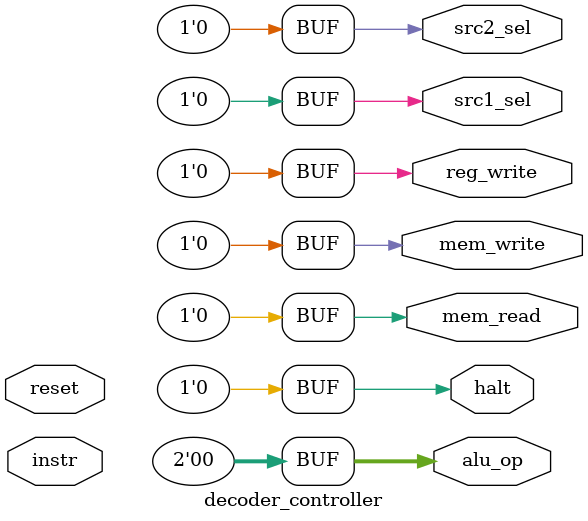
<source format=v>
`timescale 1ns / 1ps

module decoder_controller(
    input [15:0] instr,
    output reg [1:0] alu_op,
    output reg src1_sel,
    output reg src2_sel,
    output reg mem_write,
    output reg halt,
    output reg mem_read,
    output reg reg_write,
    input reset
    );
    
    `define HALT 'b000
    `define ADD_SUB 'b100
    `define OR_AND 'b010
    `define LOAD 'b110
    `define STORE 'b001
    `define BRANCH_JUMP 'b101
    `define OP1 3
    
    always @ (reset) begin
        src1_sel = 0;
        src2_sel = 0;
        mem_write = 0;
        halt = 0;
        mem_read = 0;
        reg_write = 0;
        alu_op = 'b00;
    end
    
    always @ (instr[15:0]) begin
        case (instr[2:0])
        `HALT: begin
            halt = 1;
         end
        `ADD_SUB: begin
                //SUB
                if (instr[`OP1]) begin
                    alu_op = 'b01;
                end
                //ADD
                else begin
                    alu_op = 'b00;
                end
                
                src1_sel = 'b0;
                src2_sel = 'b0;
                mem_write = 'b0;
                mem_read = 'b0;
                reg_write = 'b1;
           end
        `OR_AND: begin
                //AND
                if (instr[`OP1]) begin
                    alu_op = 'b11;
                end
                //OR
                else begin
                    alu_op = 'b10;
                end
                
                src1_sel = 'b0;
                src2_sel = 'b0;
                mem_write = 'b0;
                mem_read = 'b0;
                reg_write = 'b1;
            end
        `LOAD: begin
                alu_op = 'b00;
                
                //LOADI
                if (instr[`OP1]) begin
                    mem_read = 'b0;
                    src1_sel = 'b1;
                    src2_sel = 'b1;
                end
                //LOADW
                else begin
                    mem_read = 'b1;
                    src1_sel = 'b0;
                    src2_sel = 'b1;
                end
                
                mem_write = 'b0;
                reg_write = 'b1;
            end
        `STORE: begin
            //STOREW
            alu_op = 'b00;
            src1_sel = 'b0;
            src2_sel = 'b1;
            
            mem_read = 'b0;
            mem_write = 'b1;
            reg_write = 'b0;
        end
        `BRANCH_JUMP: begin
            src1_sel = 'b0;
            alu_op = 'b01;
            mem_read = 'b0;
            mem_write = 'b0;
            reg_write = 'b0;
        end
        
        endcase
    end
        
        
    
    
endmodule

</source>
